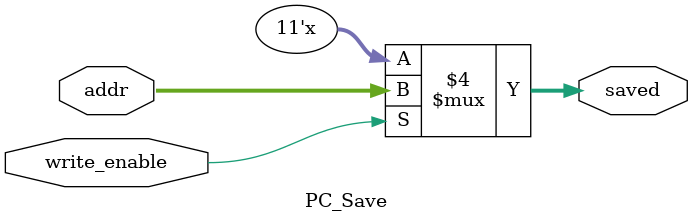
<source format=v>

module PC_Save(input[10:0] addr, input write_enable, output reg[10:0] saved);

initial
	saved = 10'h0; // initialize pointing to reset vector

always @(*)
	if (write_enable)
		saved = addr;

endmodule

</source>
